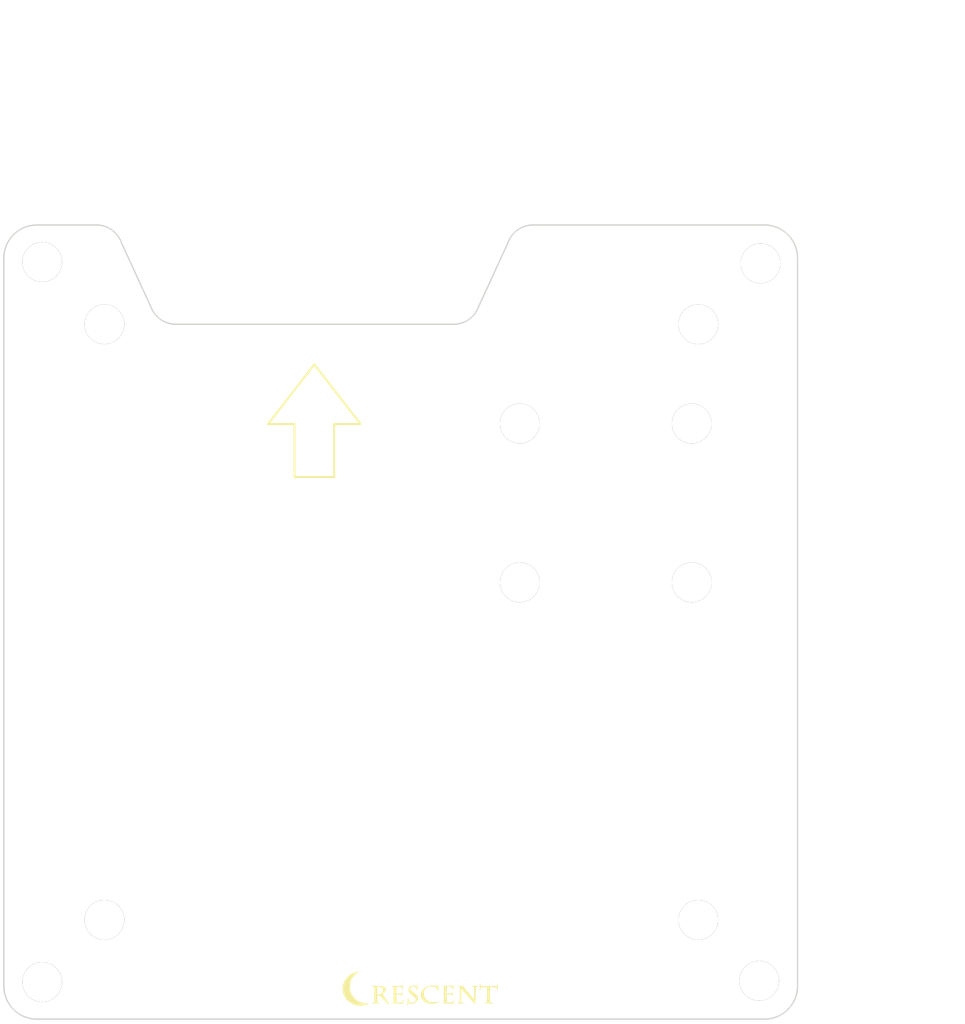
<source format=kicad_pcb>
(kicad_pcb (version 20171130) (host pcbnew "(5.1.2)-1")

  (general
    (thickness 1.6)
    (drawings 29)
    (tracks 0)
    (zones 0)
    (modules 13)
    (nets 1)
  )

  (page A4)
  (title_block
    (title "ProjectionBall Unit")
    (date 2023-05-04)
    (rev v7.3)
    (company Crescent)
  )

  (layers
    (0 F.Cu signal)
    (31 B.Cu signal)
    (32 B.Adhes user)
    (33 F.Adhes user)
    (34 B.Paste user)
    (35 F.Paste user)
    (36 B.SilkS user)
    (37 F.SilkS user)
    (38 B.Mask user)
    (39 F.Mask user)
    (40 Dwgs.User user)
    (41 Cmts.User user)
    (42 Eco1.User user)
    (43 Eco2.User user)
    (44 Edge.Cuts user)
    (45 Margin user)
    (46 B.CrtYd user)
    (47 F.CrtYd user)
    (48 B.Fab user hide)
    (49 F.Fab user hide)
  )

  (setup
    (last_trace_width 0.2)
    (trace_clearance 0.12)
    (zone_clearance 0.508)
    (zone_45_only yes)
    (trace_min 0.2)
    (via_size 0.8)
    (via_drill 0.4)
    (via_min_size 0.8)
    (via_min_drill 0.4)
    (uvia_size 0.3)
    (uvia_drill 0.1)
    (uvias_allowed no)
    (uvia_min_size 0.2)
    (uvia_min_drill 0.1)
    (edge_width 0.1)
    (segment_width 0.1)
    (pcb_text_width 0.3)
    (pcb_text_size 1.5 1.5)
    (mod_edge_width 0.15)
    (mod_text_size 1 1)
    (mod_text_width 0.15)
    (pad_size 1.4 2.8)
    (pad_drill 0.8)
    (pad_to_mask_clearance 0)
    (aux_axis_origin 65 155)
    (visible_elements 7FFFFF7F)
    (pcbplotparams
      (layerselection 0x010fc_ffffffff)
      (usegerberextensions true)
      (usegerberattributes false)
      (usegerberadvancedattributes false)
      (creategerberjobfile false)
      (excludeedgelayer true)
      (linewidth 0.100000)
      (plotframeref false)
      (viasonmask false)
      (mode 1)
      (useauxorigin false)
      (hpglpennumber 1)
      (hpglpenspeed 20)
      (hpglpendiameter 15.000000)
      (psnegative false)
      (psa4output false)
      (plotreference true)
      (plotvalue true)
      (plotinvisibletext false)
      (padsonsilk false)
      (subtractmaskfromsilk true)
      (outputformat 1)
      (mirror false)
      (drillshape 0)
      (scaleselection 1)
      (outputdirectory "GERBER/"))
  )

  (net 0 "")

  (net_class Default "これは標準のネット クラスです。"
    (clearance 0.12)
    (trace_width 0.2)
    (via_dia 0.8)
    (via_drill 0.4)
    (uvia_dia 0.3)
    (uvia_drill 0.1)
  )

  (net_class MOT ""
    (clearance 0.18)
    (trace_width 0.5)
    (via_dia 0.8)
    (via_drill 0.4)
    (uvia_dia 0.3)
    (uvia_drill 0.1)
  )

  (net_class POW ""
    (clearance 0.18)
    (trace_width 0.2)
    (via_dia 0.8)
    (via_drill 0.4)
    (uvia_dia 0.3)
    (uvia_drill 0.1)
  )

  (module logo:logo-cre locked (layer F.Cu) (tedit 58D3E974) (tstamp 6453D3C3)
    (at 141.77 140.14)
    (fp_text reference G2 (at 0 0) (layer F.SilkS) hide
      (effects (font (size 1.524 1.524) (thickness 0.3)))
    )
    (fp_text value LOGO (at 0.75 0) (layer F.SilkS) hide
      (effects (font (size 1.524 1.524) (thickness 0.3)))
    )
    (fp_poly (pts (xy -4.947785 -1.218339) (xy -4.977741 -1.197573) (xy -5.195581 -1.027493) (xy -5.370941 -0.836794)
      (xy -5.501039 -0.628722) (xy -5.539672 -0.541636) (xy -5.576795 -0.406319) (xy -5.598127 -0.240133)
      (xy -5.603544 -0.060535) (xy -5.592921 0.115022) (xy -5.566133 0.26908) (xy -5.545938 0.334463)
      (xy -5.435898 0.556187) (xy -5.284225 0.754075) (xy -5.097256 0.921008) (xy -4.931159 1.025061)
      (xy -4.788256 1.09281) (xy -4.65099 1.139709) (xy -4.499219 1.171522) (xy -4.355663 1.189796)
      (xy -4.1783 1.208139) (xy -4.3307 1.268908) (xy -4.415427 1.298396) (xy -4.50332 1.318124)
      (xy -4.609437 1.330453) (xy -4.748838 1.337744) (xy -4.7752 1.338599) (xy -4.909335 1.341418)
      (xy -5.00857 1.339058) (xy -5.0887 1.329664) (xy -5.165516 1.311379) (xy -5.254812 1.282348)
      (xy -5.255249 1.282196) (xy -5.490804 1.176424) (xy -5.692998 1.037655) (xy -5.860489 0.871169)
      (xy -5.991934 0.68225) (xy -6.085993 0.476178) (xy -6.141324 0.258237) (xy -6.156585 0.033708)
      (xy -6.130435 -0.192128) (xy -6.061532 -0.413987) (xy -5.948535 -0.626589) (xy -5.790326 -0.824417)
      (xy -5.607019 -0.98568) (xy -5.404122 -1.105222) (xy -5.173362 -1.187378) (xy -5.0419 -1.216346)
      (xy -4.969009 -1.228919) (xy -4.939735 -1.230197) (xy -4.947785 -1.218339)) (layer F.SilkS) (width 0.01))
    (fp_poly (pts (xy -0.49013 -0.262905) (xy -0.490723 -0.212793) (xy -0.495228 -0.1397) (xy -0.501671 -0.035595)
      (xy -0.506223 0.06043) (xy -0.50782 0.122149) (xy -0.514364 0.176472) (xy -0.531154 0.191623)
      (xy -0.5334 0.1905) (xy -0.552273 0.155878) (xy -0.5588 0.105752) (xy -0.581045 0.015278)
      (xy -0.639827 -0.05552) (xy -0.723223 -0.102198) (xy -0.819307 -0.120309) (xy -0.916155 -0.105409)
      (xy -0.99695 -0.057585) (xy -1.030528 0.001669) (xy -1.040165 0.081565) (xy -1.024546 0.157262)
      (xy -1.00965 0.182445) (xy -0.975011 0.213788) (xy -0.909297 0.2639) (xy -0.824159 0.324073)
      (xy -0.783319 0.351643) (xy -0.634737 0.462396) (xy -0.53329 0.567908) (xy -0.476387 0.673342)
      (xy -0.46144 0.783858) (xy -0.485858 0.904618) (xy -0.494246 0.927874) (xy -0.563823 1.043157)
      (xy -0.668741 1.127038) (xy -0.802185 1.17646) (xy -0.957339 1.188364) (xy -1.050836 1.177564)
      (xy -1.140101 1.165252) (xy -1.190968 1.172734) (xy -1.21386 1.205769) (xy -1.2192 1.270116)
      (xy -1.2192 1.270578) (xy -1.233371 1.319699) (xy -1.248565 1.33595) (xy -1.26635 1.334209)
      (xy -1.265043 1.291421) (xy -1.261265 1.270774) (xy -1.253368 1.205713) (xy -1.247493 1.108603)
      (xy -1.244698 0.998187) (xy -1.2446 0.974725) (xy -1.241753 0.870699) (xy -1.233934 0.797171)
      (xy -1.222231 0.763245) (xy -1.2192 0.762) (xy -1.202263 0.784293) (xy -1.193968 0.838957)
      (xy -1.1938 0.848951) (xy -1.170442 0.947739) (xy -1.108217 1.033824) (xy -1.018903 1.098492)
      (xy -0.914277 1.133027) (xy -0.813399 1.130431) (xy -0.73449 1.0923) (xy -0.664936 1.023982)
      (xy -0.619391 0.942728) (xy -0.6096 0.890476) (xy -0.62819 0.810838) (xy -0.686379 0.728307)
      (xy -0.787801 0.638487) (xy -0.861501 0.585625) (xy -1.01815 0.46371) (xy -1.124208 0.344999)
      (xy -1.17977 0.22931) (xy -1.184932 0.116461) (xy -1.153143 0.02866) (xy -1.094833 -0.059751)
      (xy -1.027935 -0.117265) (xy -0.940763 -0.149365) (xy -0.821632 -0.161537) (xy -0.747235 -0.161876)
      (xy -0.533233 -0.158652) (xy -0.508025 -0.238076) (xy -0.495717 -0.269946) (xy -0.49013 -0.262905)) (layer F.SilkS) (width 0.01))
    (fp_poly (pts (xy -1.576837 -0.203897) (xy -1.578935 -0.15333) (xy -1.584261 -0.1016) (xy -1.593045 -0.014704)
      (xy -1.598764 0.056634) (xy -1.59998 0.084049) (xy -1.611064 0.114985) (xy -1.6256 0.1143)
      (xy -1.644169 0.079829) (xy -1.651 0.026618) (xy -1.655535 -0.017209) (xy -1.675163 -0.046909)
      (xy -1.71892 -0.066686) (xy -1.795845 -0.080746) (xy -1.907132 -0.092569) (xy -2.0828 -0.108895)
      (xy -2.0828 -0.03288) (xy -2.084943 0.029639) (xy -2.09059 0.123526) (xy -2.098569 0.229563)
      (xy -2.09947 0.240337) (xy -2.11614 0.437539) (xy -1.909959 0.428176) (xy -1.801007 0.421002)
      (xy -1.730833 0.409552) (xy -1.687433 0.390904) (xy -1.663374 0.368156) (xy -1.634063 0.333119)
      (xy -1.628339 0.337851) (xy -1.63485 0.3683) (xy -1.645598 0.423056) (xy -1.659308 0.503989)
      (xy -1.665863 0.5461) (xy -1.677522 0.616674) (xy -1.685882 0.64146) (xy -1.693961 0.625071)
      (xy -1.699802 0.598032) (xy -1.719581 0.546889) (xy -1.760704 0.513586) (xy -1.832103 0.494507)
      (xy -1.942708 0.486036) (xy -1.978615 0.485131) (xy -2.11573 0.4826) (xy -2.099417 0.69215)
      (xy -2.091506 0.807565) (xy -2.085663 0.919017) (xy -2.083007 1.004706) (xy -2.082953 1.013377)
      (xy -2.0828 1.125054) (xy -1.891036 1.108844) (xy -1.760353 1.093814) (xy -1.673318 1.072796)
      (xy -1.62286 1.042618) (xy -1.601906 1.000111) (xy -1.6002 0.978505) (xy -1.590469 0.924912)
      (xy -1.574201 0.901329) (xy -1.562425 0.902899) (xy -1.559098 0.931201) (xy -1.564719 0.992262)
      (xy -1.579787 1.092111) (xy -1.599423 1.2065) (xy -1.611363 1.26484) (xy -1.619811 1.276641)
      (xy -1.627644 1.245761) (xy -1.627837 1.2446) (xy -1.6383 1.1811) (xy -2.0828 1.1684)
      (xy -2.242106 1.163206) (xy -2.353864 1.157928) (xy -2.421326 1.15224) (xy -2.447745 1.145811)
      (xy -2.436373 1.138314) (xy -2.41935 1.134417) (xy -2.3114 1.113134) (xy -2.3114 -0.095108)
      (xy -2.41935 -0.117404) (xy -2.44684 -0.125725) (xy -2.437676 -0.132385) (xy -2.388671 -0.137657)
      (xy -2.296635 -0.141817) (xy -2.15838 -0.145139) (xy -2.0828 -0.146395) (xy -1.919546 -0.14941)
      (xy -1.799695 -0.15333) (xy -1.715852 -0.158941) (xy -1.660622 -0.167025) (xy -1.626609 -0.178367)
      (xy -1.606416 -0.193751) (xy -1.603532 -0.197195) (xy -1.584539 -0.216049) (xy -1.576837 -0.203897)) (layer F.SilkS) (width 0.01))
    (fp_poly (pts (xy 2.233163 -0.203897) (xy 2.231065 -0.15333) (xy 2.225739 -0.1016) (xy 2.216955 -0.014704)
      (xy 2.211236 0.056634) (xy 2.21002 0.084049) (xy 2.198936 0.114985) (xy 2.1844 0.1143)
      (xy 2.165831 0.079829) (xy 2.159 0.026618) (xy 2.154465 -0.017209) (xy 2.134837 -0.046909)
      (xy 2.09108 -0.066686) (xy 2.014155 -0.080746) (xy 1.902868 -0.092569) (xy 1.7272 -0.108895)
      (xy 1.7272 -0.03288) (xy 1.725057 0.029639) (xy 1.71941 0.123526) (xy 1.711431 0.229563)
      (xy 1.71053 0.240337) (xy 1.69386 0.437539) (xy 1.900041 0.428176) (xy 2.008993 0.421002)
      (xy 2.079167 0.409552) (xy 2.122567 0.390904) (xy 2.146626 0.368156) (xy 2.175937 0.333119)
      (xy 2.181661 0.337851) (xy 2.17515 0.3683) (xy 2.164402 0.423056) (xy 2.150692 0.503989)
      (xy 2.144137 0.5461) (xy 2.132478 0.616674) (xy 2.124118 0.64146) (xy 2.116039 0.625071)
      (xy 2.110198 0.598032) (xy 2.090419 0.546889) (xy 2.049296 0.513586) (xy 1.977897 0.494507)
      (xy 1.867292 0.486036) (xy 1.831385 0.485131) (xy 1.69427 0.4826) (xy 1.710583 0.69215)
      (xy 1.718494 0.807565) (xy 1.724337 0.919017) (xy 1.726993 1.004706) (xy 1.727047 1.013377)
      (xy 1.7272 1.125054) (xy 1.918964 1.108844) (xy 2.049647 1.093814) (xy 2.136682 1.072796)
      (xy 2.18714 1.042618) (xy 2.208094 1.000111) (xy 2.2098 0.978505) (xy 2.219531 0.924912)
      (xy 2.235799 0.901329) (xy 2.247575 0.902899) (xy 2.250902 0.931201) (xy 2.245281 0.992262)
      (xy 2.230213 1.092111) (xy 2.210577 1.2065) (xy 2.198637 1.26484) (xy 2.190189 1.276641)
      (xy 2.182356 1.245761) (xy 2.182163 1.2446) (xy 2.1717 1.1811) (xy 1.7272 1.1684)
      (xy 1.567894 1.163206) (xy 1.456136 1.157928) (xy 1.388674 1.15224) (xy 1.362255 1.145811)
      (xy 1.373627 1.138314) (xy 1.39065 1.134417) (xy 1.4986 1.113134) (xy 1.4986 -0.095108)
      (xy 1.39065 -0.117404) (xy 1.36316 -0.125725) (xy 1.372324 -0.132385) (xy 1.421329 -0.137657)
      (xy 1.513365 -0.141817) (xy 1.65162 -0.145139) (xy 1.7272 -0.146395) (xy 1.890454 -0.14941)
      (xy 2.010305 -0.15333) (xy 2.094148 -0.158941) (xy 2.149378 -0.167025) (xy 2.183391 -0.178367)
      (xy 2.203584 -0.193751) (xy 2.206468 -0.197195) (xy 2.225461 -0.216049) (xy 2.233163 -0.203897)) (layer F.SilkS) (width 0.01))
    (fp_poly (pts (xy -3.659737 -0.150259) (xy -3.548714 -0.147677) (xy -3.384775 -0.142242) (xy -3.262564 -0.135505)
      (xy -3.173005 -0.126399) (xy -3.107028 -0.113859) (xy -3.055557 -0.096819) (xy -3.034364 -0.087228)
      (xy -2.938006 -0.019952) (xy -2.889087 0.062712) (xy -2.887681 0.157786) (xy -2.933862 0.26229)
      (xy -3.022997 0.368686) (xy -3.078723 0.426786) (xy -3.11548 0.472173) (xy -3.1242 0.489657)
      (xy -3.110124 0.523715) (xy -3.071779 0.589841) (xy -3.014994 0.679179) (xy -2.945596 0.78287)
      (xy -2.869413 0.892058) (xy -2.792273 0.997885) (xy -2.772826 1.023695) (xy -2.713405 1.103178)
      (xy -2.668009 1.166258) (xy -2.643776 1.202921) (xy -2.6416 1.207845) (xy -2.662687 1.21751)
      (xy -2.68605 1.219236) (xy -2.717274 1.201715) (xy -2.776833 1.153028) (xy -2.858271 1.079024)
      (xy -2.955131 0.985553) (xy -3.052423 0.887283) (xy -3.16763 0.76914) (xy -3.253974 0.683045)
      (xy -3.317522 0.624163) (xy -3.364342 0.587658) (xy -3.400501 0.568694) (xy -3.432068 0.562436)
      (xy -3.458823 0.563396) (xy -3.5433 0.5715) (xy -3.551302 0.7366) (xy -3.553076 0.844061)
      (xy -3.549308 0.949312) (xy -3.543395 1.00965) (xy -3.529635 1.077935) (xy -3.508084 1.109376)
      (xy -3.467965 1.11784) (xy -3.459194 1.117988) (xy -3.39295 1.127192) (xy -3.3528 1.143)
      (xy -3.356941 1.154211) (xy -3.409772 1.162075) (xy -3.511995 1.166654) (xy -3.64005 1.168011)
      (xy -3.786204 1.166312) (xy -3.887331 1.160926) (xy -3.941377 1.152019) (xy -3.9497 1.143)
      (xy -3.915925 1.125822) (xy -3.854373 1.117698) (xy -3.846601 1.1176) (xy -3.7592 1.1176)
      (xy -3.7592 0.282575) (xy -3.556 0.282575) (xy -3.556 0.508) (xy -3.47512 0.508)
      (xy -3.40048 0.496614) (xy -3.313903 0.468244) (xy -3.290415 0.457739) (xy -3.194378 0.390211)
      (xy -3.1294 0.301928) (xy -3.099037 0.204041) (xy -3.106844 0.107699) (xy -3.153198 0.02739)
      (xy -3.245103 -0.041937) (xy -3.35983 -0.088515) (xy -3.45041 -0.101601) (xy -3.491413 -0.095386)
      (xy -3.520434 -0.071989) (xy -3.539433 -0.024281) (xy -3.550368 0.054869) (xy -3.5552 0.17259)
      (xy -3.556 0.282575) (xy -3.7592 0.282575) (xy -3.7592 -0.1016) (xy -3.8608 -0.1016)
      (xy -3.927049 -0.108066) (xy -3.960736 -0.124777) (xy -3.9624 -0.130299) (xy -3.945433 -0.141492)
      (xy -3.891931 -0.148441) (xy -3.797998 -0.151309) (xy -3.659737 -0.150259)) (layer F.SilkS) (width 0.01))
    (fp_poly (pts (xy 3.953202 -0.150363) (xy 4.034599 -0.144609) (xy 4.074049 -0.135674) (xy 4.07543 -0.129151)
      (xy 4.033073 -0.107933) (xy 3.9878 -0.097401) (xy 3.953067 -0.088444) (xy 3.931956 -0.065192)
      (xy 3.918971 -0.015651) (xy 3.908612 0.072173) (xy 3.908218 0.0762) (xy 3.90173 0.165155)
      (xy 3.895586 0.28924) (xy 3.890437 0.432786) (xy 3.88693 0.580125) (xy 3.886656 0.5969)
      (xy 3.883389 0.740369) (xy 3.87837 0.878693) (xy 3.872245 0.997401) (xy 3.865657 1.082021)
      (xy 3.864638 1.091147) (xy 3.8481 1.229794) (xy 3.618938 0.976847) (xy 3.519524 0.865961)
      (xy 3.399683 0.730508) (xy 3.271862 0.584655) (xy 3.148506 0.442567) (xy 3.098238 0.384178)
      (xy 2.8067 0.044457) (xy 2.798779 0.396878) (xy 2.797007 0.54558) (xy 2.797936 0.694819)
      (xy 2.801299 0.827888) (xy 2.806833 0.928076) (xy 2.807297 0.93345) (xy 2.823734 1.1176)
      (xy 2.908968 1.1176) (xy 2.971466 1.124495) (xy 3.008632 1.141269) (xy 3.0099 1.143)
      (xy 2.993973 1.155518) (xy 2.930213 1.163969) (xy 2.821444 1.168054) (xy 2.7686 1.1684)
      (xy 2.643381 1.166061) (xy 2.562092 1.159243) (xy 2.527558 1.148243) (xy 2.5273 1.143)
      (xy 2.562379 1.1232) (xy 2.603848 1.1176) (xy 2.630596 1.114347) (xy 2.651549 1.100872)
      (xy 2.66749 1.071595) (xy 2.679199 1.020941) (xy 2.687458 0.943331) (xy 2.693051 0.833187)
      (xy 2.696757 0.684933) (xy 2.69936 0.49299) (xy 2.699986 0.4318) (xy 2.7051 -0.0889)
      (xy 2.5019 -0.115456) (xy 2.6416 -0.133708) (xy 2.752839 -0.147431) (xy 2.834062 -0.151037)
      (xy 2.896623 -0.139146) (xy 2.951873 -0.106377) (xy 3.011166 -0.047351) (xy 3.085852 0.043314)
      (xy 3.128409 0.097005) (xy 3.225236 0.216581) (xy 3.34114 0.355607) (xy 3.46092 0.496041)
      (xy 3.560209 0.60955) (xy 3.7973 0.876201) (xy 3.804048 0.62225) (xy 3.804944 0.478081)
      (xy 3.801359 0.319423) (xy 3.794044 0.174772) (xy 3.791348 0.1397) (xy 3.7719 -0.0889)
      (xy 3.6957 -0.097205) (xy 3.633155 -0.110482) (xy 3.595369 -0.128955) (xy 3.607454 -0.139705)
      (xy 3.665171 -0.147462) (xy 3.763416 -0.151725) (xy 3.8354 -0.152401) (xy 3.953202 -0.150363)) (layer F.SilkS) (width 0.01))
    (fp_poly (pts (xy 1.084529 -0.246228) (xy 1.080647 -0.17127) (xy 1.078641 -0.1397) (xy 1.07259 -0.030227)
      (xy 1.068362 0.076222) (xy 1.06698 0.14605) (xy 1.061547 0.211982) (xy 1.048096 0.250176)
      (xy 1.0414 0.254) (xy 1.024267 0.231754) (xy 1.01611 0.177405) (xy 1.016 0.169527)
      (xy 0.992708 0.081159) (xy 0.928886 0.006345) (xy 0.833613 -0.052294) (xy 0.715968 -0.092136)
      (xy 0.585032 -0.110561) (xy 0.449882 -0.104946) (xy 0.319598 -0.072671) (xy 0.263169 -0.047825)
      (xy 0.12914 0.045553) (xy 0.037734 0.166355) (xy -0.011854 0.315826) (xy -0.020549 0.38966)
      (xy -0.007832 0.567889) (xy 0.051147 0.731496) (xy 0.15258 0.874415) (xy 0.292654 0.990584)
      (xy 0.39022 1.043368) (xy 0.486539 1.071339) (xy 0.614321 1.087315) (xy 0.755595 1.091015)
      (xy 0.892394 1.082157) (xy 1.006746 1.06046) (xy 1.0287 1.053367) (xy 1.092239 1.030819)
      (xy 1.131043 1.017701) (xy 1.135852 1.016382) (xy 1.133371 1.035254) (xy 1.12743 1.052418)
      (xy 1.08959 1.088311) (xy 1.011586 1.120813) (xy 0.904022 1.148358) (xy 0.777502 1.169378)
      (xy 0.642628 1.182309) (xy 0.510005 1.185583) (xy 0.390237 1.177633) (xy 0.33849 1.168961)
      (xy 0.156948 1.109199) (xy 0.006085 1.017934) (xy -0.111826 0.901485) (xy -0.194514 0.766171)
      (xy -0.239706 0.618311) (xy -0.24513 0.464224) (xy -0.208512 0.310229) (xy -0.127581 0.162644)
      (xy -0.054153 0.077133) (xy 0.097806 -0.039247) (xy 0.28249 -0.118545) (xy 0.497257 -0.160147)
      (xy 0.739465 -0.163436) (xy 0.903503 -0.145779) (xy 1.032307 -0.126457) (xy 1.061215 -0.221979)
      (xy 1.075798 -0.266934) (xy 1.083241 -0.276567) (xy 1.084529 -0.246228)) (layer F.SilkS) (width 0.01))
    (fp_poly (pts (xy 5.582621 -0.264932) (xy 5.584442 -0.219977) (xy 5.579285 -0.175067) (xy 5.566428 -0.079854)
      (xy 5.552265 0.029384) (xy 5.547074 0.070698) (xy 5.533259 0.152761) (xy 5.519606 0.186346)
      (xy 5.508322 0.170901) (xy 5.501611 0.105873) (xy 5.500915 0.082248) (xy 5.497679 0.027913)
      (xy 5.482435 -0.003458) (xy 5.442899 -0.022651) (xy 5.366784 -0.040451) (xy 5.3594 -0.042001)
      (xy 5.253141 -0.059824) (xy 5.143295 -0.071547) (xy 5.09905 -0.073751) (xy 4.9784 -0.0762)
      (xy 4.9784 1.1176) (xy 5.0912 1.1176) (xy 5.162987 1.12286) (xy 5.211194 1.136108)
      (xy 5.2197 1.143) (xy 5.202416 1.154082) (xy 5.136249 1.162099) (xy 5.02303 1.166914)
      (xy 4.8768 1.1684) (xy 4.721387 1.16669) (xy 4.611319 1.161652) (xy 4.548429 1.153422)
      (xy 4.5339 1.143) (xy 4.567335 1.126501) (xy 4.630074 1.117937) (xy 4.645934 1.1176)
      (xy 4.74227 1.1176) (xy 4.758583 0.90805) (xy 4.768204 0.742705) (xy 4.773303 0.56223)
      (xy 4.773885 0.381981) (xy 4.769954 0.217317) (xy 4.761513 0.083594) (xy 4.758342 0.053781)
      (xy 4.741926 -0.082937) (xy 4.553702 -0.068702) (xy 4.413202 -0.050644) (xy 4.317633 -0.019609)
      (xy 4.262191 0.027037) (xy 4.242072 0.091925) (xy 4.2418 0.102185) (xy 4.233426 0.155418)
      (xy 4.213271 0.177798) (xy 4.213076 0.1778) (xy 4.195657 0.154816) (xy 4.199489 0.086296)
      (xy 4.200097 0.08255) (xy 4.209566 -0.001345) (xy 4.215334 -0.103505) (xy 4.21612 -0.14755)
      (xy 4.220507 -0.226864) (xy 4.232375 -0.265322) (xy 4.2418 -0.266701) (xy 4.263656 -0.230629)
      (xy 4.2672 -0.205154) (xy 4.27699 -0.180143) (xy 4.309659 -0.16077) (xy 4.370157 -0.146424)
      (xy 4.463431 -0.136498) (xy 4.594431 -0.130382) (xy 4.768104 -0.127467) (xy 4.902199 -0.127001)
      (xy 5.105414 -0.128205) (xy 5.262824 -0.132226) (xy 5.37938 -0.139672) (xy 5.46003 -0.151152)
      (xy 5.509722 -0.167275) (xy 5.533406 -0.18865) (xy 5.5372 -0.205154) (xy 5.551493 -0.253541)
      (xy 5.566026 -0.268818) (xy 5.582621 -0.264932)) (layer F.SilkS) (width 0.01))
  )

  (module Mounting_Holes:MountingHole_3mm locked (layer F.Cu) (tedit 589C67CD) (tstamp 63BE9AA0)
    (at 162.5 90)
    (descr "Mounting hole, Befestigungsbohrung, 3mm, No Annular, Kein Restring,")
    (tags "Mounting hole, Befestigungsbohrung, 3mm, No Annular, Kein Restring,")
    (fp_text reference REF9 (at 0 -4.0005) (layer F.SilkS) hide
      (effects (font (size 1 1) (thickness 0.15)))
    )
    (fp_text value MountingHole_3mm (at 1.00076 5.00126) (layer F.Fab) hide
      (effects (font (size 1 1) (thickness 0.15)))
    )
    (fp_circle (center 0 0) (end 3 0) (layer Cmts.User) (width 0.381))
    (pad 1 thru_hole circle (at 0 0) (size 3 3) (drill 3) (layers))
  )

  (module Mounting_Holes:MountingHole_3mm locked (layer F.Cu) (tedit 589C67CD) (tstamp 63BE9AA0)
    (at 117.6 135)
    (descr "Mounting hole, Befestigungsbohrung, 3mm, No Annular, Kein Restring,")
    (tags "Mounting hole, Befestigungsbohrung, 3mm, No Annular, Kein Restring,")
    (fp_text reference REF9 (at 0 -4.0005) (layer F.SilkS) hide
      (effects (font (size 1 1) (thickness 0.15)))
    )
    (fp_text value MountingHole_3mm (at 1.00076 5.00126) (layer F.Fab) hide
      (effects (font (size 1 1) (thickness 0.15)))
    )
    (fp_circle (center 0 0) (end 3 0) (layer Cmts.User) (width 0.381))
    (pad 1 thru_hole circle (at 0 0) (size 3 3) (drill 3) (layers))
  )

  (module Mounting_Holes:MountingHole_3mm locked (layer F.Cu) (tedit 589C67CD) (tstamp 63BE9AA0)
    (at 162.5 135)
    (descr "Mounting hole, Befestigungsbohrung, 3mm, No Annular, Kein Restring,")
    (tags "Mounting hole, Befestigungsbohrung, 3mm, No Annular, Kein Restring,")
    (fp_text reference REF9 (at 0 -4.0005) (layer F.SilkS) hide
      (effects (font (size 1 1) (thickness 0.15)))
    )
    (fp_text value MountingHole_3mm (at 1.00076 5.00126) (layer F.Fab) hide
      (effects (font (size 1 1) (thickness 0.15)))
    )
    (fp_circle (center 0 0) (end 3 0) (layer Cmts.User) (width 0.381))
    (pad 1 thru_hole circle (at 0 0) (size 3 3) (drill 3) (layers))
  )

  (module Mounting_Holes:MountingHole_3mm locked (layer F.Cu) (tedit 589C67CD) (tstamp 63BE9AA0)
    (at 117.6 90)
    (descr "Mounting hole, Befestigungsbohrung, 3mm, No Annular, Kein Restring,")
    (tags "Mounting hole, Befestigungsbohrung, 3mm, No Annular, Kein Restring,")
    (fp_text reference REF9 (at 0 -4.0005) (layer F.SilkS) hide
      (effects (font (size 1 1) (thickness 0.15)))
    )
    (fp_text value MountingHole_3mm (at 1.00076 5.00126) (layer F.Fab) hide
      (effects (font (size 1 1) (thickness 0.15)))
    )
    (fp_circle (center 0 0) (end 3 0) (layer Cmts.User) (width 0.381))
    (pad 1 thru_hole circle (at 0 0) (size 3 3) (drill 3) (layers))
  )

  (module Mounting_Holes:MountingHole_3mm locked (layer F.Cu) (tedit 589C67CD) (tstamp 63BE99D4)
    (at 162 97.5)
    (descr "Mounting hole, Befestigungsbohrung, 3mm, No Annular, Kein Restring,")
    (tags "Mounting hole, Befestigungsbohrung, 3mm, No Annular, Kein Restring,")
    (fp_text reference REF9 (at 0 -4.0005) (layer F.SilkS) hide
      (effects (font (size 1 1) (thickness 0.15)))
    )
    (fp_text value MountingHole_3mm (at 1.00076 5.00126) (layer F.Fab) hide
      (effects (font (size 1 1) (thickness 0.15)))
    )
    (fp_circle (center 0 0) (end 3 0) (layer Cmts.User) (width 0.381))
    (pad 1 thru_hole circle (at 0 0) (size 3 3) (drill 3) (layers))
  )

  (module Mounting_Holes:MountingHole_3mm locked (layer F.Cu) (tedit 589C67CD) (tstamp 63BE99D4)
    (at 162 109.5)
    (descr "Mounting hole, Befestigungsbohrung, 3mm, No Annular, Kein Restring,")
    (tags "Mounting hole, Befestigungsbohrung, 3mm, No Annular, Kein Restring,")
    (fp_text reference REF9 (at 0 -4.0005) (layer F.SilkS) hide
      (effects (font (size 1 1) (thickness 0.15)))
    )
    (fp_text value MountingHole_3mm (at 1.00076 5.00126) (layer F.Fab) hide
      (effects (font (size 1 1) (thickness 0.15)))
    )
    (fp_circle (center 0 0) (end 3 0) (layer Cmts.User) (width 0.381))
    (pad 1 thru_hole circle (at 0 0) (size 3 3) (drill 3) (layers))
  )

  (module Mounting_Holes:MountingHole_3mm locked (layer F.Cu) (tedit 589C67CD) (tstamp 63BE99D4)
    (at 149 97.5)
    (descr "Mounting hole, Befestigungsbohrung, 3mm, No Annular, Kein Restring,")
    (tags "Mounting hole, Befestigungsbohrung, 3mm, No Annular, Kein Restring,")
    (fp_text reference REF9 (at 0 -4.0005) (layer F.SilkS) hide
      (effects (font (size 1 1) (thickness 0.15)))
    )
    (fp_text value MountingHole_3mm (at 1.00076 5.00126) (layer F.Fab) hide
      (effects (font (size 1 1) (thickness 0.15)))
    )
    (fp_circle (center 0 0) (end 3 0) (layer Cmts.User) (width 0.381))
    (pad 1 thru_hole circle (at 0 0) (size 3 3) (drill 3) (layers))
  )

  (module Mounting_Holes:MountingHole_3mm locked (layer F.Cu) (tedit 589C67CD) (tstamp 63BE99D4)
    (at 149 109.5)
    (descr "Mounting hole, Befestigungsbohrung, 3mm, No Annular, Kein Restring,")
    (tags "Mounting hole, Befestigungsbohrung, 3mm, No Annular, Kein Restring,")
    (fp_text reference REF9 (at 0 -4.0005) (layer F.SilkS) hide
      (effects (font (size 1 1) (thickness 0.15)))
    )
    (fp_text value MountingHole_3mm (at 1.00076 5.00126) (layer F.Fab) hide
      (effects (font (size 1 1) (thickness 0.15)))
    )
    (fp_circle (center 0 0) (end 3 0) (layer Cmts.User) (width 0.381))
    (pad 1 thru_hole circle (at 0 0) (size 3 3) (drill 3) (layers))
  )

  (module Mounting_Holes:MountingHole_3mm locked (layer F.Cu) (tedit 589C6800) (tstamp 5E063F57)
    (at 112.9 139.7)
    (descr "Mounting hole, Befestigungsbohrung, 3mm, No Annular, Kein Restring,")
    (tags "Mounting hole, Befestigungsbohrung, 3mm, No Annular, Kein Restring,")
    (fp_text reference REF3 (at 0 -4.0005) (layer F.SilkS) hide
      (effects (font (size 1 1) (thickness 0.15)))
    )
    (fp_text value MountingHole_3mm (at 1.00076 5.00126) (layer F.Fab) hide
      (effects (font (size 1 1) (thickness 0.15)))
    )
    (fp_circle (center 0 0) (end 3 0) (layer Cmts.User) (width 0.381))
    (pad 1 thru_hole circle (at 0 0) (size 3 3) (drill 3) (layers))
  )

  (module Mounting_Holes:MountingHole_3mm locked (layer F.Cu) (tedit 589C6800) (tstamp 5E063F4D)
    (at 167.1 139.6)
    (descr "Mounting hole, Befestigungsbohrung, 3mm, No Annular, Kein Restring,")
    (tags "Mounting hole, Befestigungsbohrung, 3mm, No Annular, Kein Restring,")
    (fp_text reference REF4 (at 0 -4.0005) (layer F.SilkS) hide
      (effects (font (size 1 1) (thickness 0.15)))
    )
    (fp_text value MountingHole_3mm (at 1.00076 5.00126) (layer F.Fab) hide
      (effects (font (size 1 1) (thickness 0.15)))
    )
    (fp_circle (center 0 0) (end 3 0) (layer Cmts.User) (width 0.381))
    (pad 1 thru_hole circle (at 0 0) (size 3 3) (drill 3) (layers))
  )

  (module Mounting_Holes:MountingHole_3mm locked (layer F.Cu) (tedit 589C6800) (tstamp 5E063F43)
    (at 167.2 85.4)
    (descr "Mounting hole, Befestigungsbohrung, 3mm, No Annular, Kein Restring,")
    (tags "Mounting hole, Befestigungsbohrung, 3mm, No Annular, Kein Restring,")
    (fp_text reference REF2 (at 0 -4.0005) (layer F.SilkS) hide
      (effects (font (size 1 1) (thickness 0.15)))
    )
    (fp_text value MountingHole_3mm (at 1.00076 5.00126) (layer F.Fab) hide
      (effects (font (size 1 1) (thickness 0.15)))
    )
    (fp_circle (center 0 0) (end 3 0) (layer Cmts.User) (width 0.381))
    (pad 1 thru_hole circle (at 0 0) (size 3 3) (drill 3) (layers))
  )

  (module Mounting_Holes:MountingHole_3mm locked (layer F.Cu) (tedit 589C6800) (tstamp 5E063F39)
    (at 112.9 85.3)
    (descr "Mounting hole, Befestigungsbohrung, 3mm, No Annular, Kein Restring,")
    (tags "Mounting hole, Befestigungsbohrung, 3mm, No Annular, Kein Restring,")
    (fp_text reference REF1 (at 0 -4.0005) (layer F.SilkS) hide
      (effects (font (size 1 1) (thickness 0.15)))
    )
    (fp_text value MountingHole_3mm (at 1.00076 5.00126) (layer F.Fab) hide
      (effects (font (size 1 1) (thickness 0.15)))
    )
    (fp_circle (center 0 0) (end 3 0) (layer Cmts.User) (width 0.381))
    (pad 1 thru_hole circle (at 0 0) (size 3 3) (drill 3) (layers))
  )

  (gr_line (start 150 82.5) (end 167.5 82.5) (layer Edge.Cuts) (width 0.1) (tstamp 6481E6E6))
  (gr_line (start 117 82.5) (end 112.5 82.5) (layer Edge.Cuts) (width 0.1) (tstamp 6481E6E1))
  (gr_line (start 118.885618 83.833334) (end 121.211146 88.894427) (layer Edge.Cuts) (width 0.1) (tstamp 6481E6D6))
  (gr_arc (start 117 84.5) (end 117 82.5) (angle 70.52878494) (layer Edge.Cuts) (width 0.1) (tstamp 6481E6BD))
  (gr_line (start 148.114382 83.833334) (end 145.788854 88.894427) (layer Edge.Cuts) (width 0.1) (tstamp 6481E6AC))
  (gr_arc (start 150 84.5) (end 150 82.5) (angle -70.52878494) (layer Edge.Cuts) (width 0.1) (tstamp 6481E5B2))
  (gr_arc (start 123 88) (end 123 90) (angle 63.43494882) (layer Edge.Cuts) (width 0.1) (tstamp 6481E5B2))
  (gr_arc (start 144 88) (end 144 90) (angle -63.43494882) (layer Edge.Cuts) (width 0.1))
  (gr_line (start 123 90) (end 144 90) (layer Edge.Cuts) (width 0.1))
  (gr_line (start 133.47 93.04) (end 129.97 97.54) (layer F.SilkS) (width 0.15) (tstamp 63BE9D06))
  (gr_line (start 133.47 93.04) (end 136.97 97.54) (layer F.SilkS) (width 0.15) (tstamp 63BE9D02))
  (gr_line (start 131.97 97.54) (end 129.97 97.54) (layer F.SilkS) (width 0.15))
  (gr_line (start 131.97 101.54) (end 131.97 97.54) (layer F.SilkS) (width 0.15))
  (gr_line (start 134.97 101.54) (end 131.97 101.54) (layer F.SilkS) (width 0.15))
  (gr_line (start 134.97 97.54) (end 134.97 101.54) (layer F.SilkS) (width 0.15))
  (gr_line (start 136.97 97.54) (end 134.97 97.54) (layer F.SilkS) (width 0.15))
  (gr_line (start 110 82.5) (end 170 142.5) (layer Eco2.User) (width 0.15))
  (gr_line (start 170 82.5) (end 110 142.5) (layer Eco2.User) (width 0.15))
  (gr_arc (start 112.5 85) (end 112.5 82.5) (angle -90) (layer Edge.Cuts) (width 0.1) (tstamp 5DFEE79A))
  (gr_arc (start 167.5 85) (end 170 85) (angle -90) (layer Edge.Cuts) (width 0.1) (tstamp 5DFEE78F))
  (gr_arc (start 167.5 140) (end 167.5 142.5) (angle -90) (layer Edge.Cuts) (width 0.1) (tstamp 5DFEE783))
  (gr_arc (start 112.5 140) (end 110 140) (angle -90) (layer Edge.Cuts) (width 0.1))
  (gr_line (start 167.5 142.5) (end 112.5 142.5) (layer Edge.Cuts) (width 0.1) (tstamp 5DFEE58D))
  (gr_line (start 170 85) (end 170 140) (layer Edge.Cuts) (width 0.1))
  (gr_line (start 110 85) (end 110 140) (layer Edge.Cuts) (width 0.1))
  (dimension 60 (width 0.15) (layer Eco2.User)
    (gr_text "60.000 mm" (at 181.3 112.5 270) (layer Eco2.User)
      (effects (font (size 1 1) (thickness 0.15)))
    )
    (feature1 (pts (xy 170 142.5) (xy 180.586421 142.5)))
    (feature2 (pts (xy 170 82.5) (xy 180.586421 82.5)))
    (crossbar (pts (xy 180 82.5) (xy 180 142.5)))
    (arrow1a (pts (xy 180 142.5) (xy 179.413579 141.373496)))
    (arrow1b (pts (xy 180 142.5) (xy 180.586421 141.373496)))
    (arrow2a (pts (xy 180 82.5) (xy 179.413579 83.626504)))
    (arrow2b (pts (xy 180 82.5) (xy 180.586421 83.626504)))
  )
  (dimension 60 (width 0.15) (layer Eco2.User)
    (gr_text "60.000 mm" (at 140 66.2) (layer Eco2.User)
      (effects (font (size 1 1) (thickness 0.15)))
    )
    (feature1 (pts (xy 110 82.5) (xy 110 66.913579)))
    (feature2 (pts (xy 170 82.5) (xy 170 66.913579)))
    (crossbar (pts (xy 170 67.5) (xy 110 67.5)))
    (arrow1a (pts (xy 110 67.5) (xy 111.126504 66.913579)))
    (arrow1b (pts (xy 110 67.5) (xy 111.126504 68.086421)))
    (arrow2a (pts (xy 170 67.5) (xy 168.873496 66.913579)))
    (arrow2b (pts (xy 170 67.5) (xy 168.873496 68.086421)))
  )
  (gr_line (start 133.5 86.5) (end 133.5 141) (angle 90) (layer Eco2.User) (width 0.01))
  (gr_line (start 122 102.5) (end 165 102.5) (angle 90) (layer Eco2.User) (width 0.01))

)

</source>
